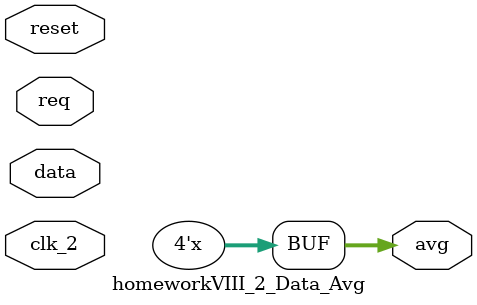
<source format=v>
module homeworkVIII_2_Data_Avg
(
input clk_2,
input reset,
input req,
input [3:0]data,
output reg [3:0]avg
);


reg [2:0]cnt;//握手次数计数器
reg DFF1,DFF2;//req的同步器
//reg [3:0] data_DFF1,data_DFF2;//数据缓冲器
reg [5:0] AU;//算数单元
reg [3:0] current_state,next_state;//状态寄存器


//req经同步器同步
always@(posedge clk_2)
begin
    DFF1 <= req;
    DFF2 <= DFF1;
end


parameter
IDLE = 4'd0,
REQ_ACTIVE = 4'd1,
REQ_RELEASE = 4'd2;


always@(posedge clk_2 or posedge reset)
begin
    if(reset)
        current_state <= IDLE;
    else
        current_state <= next_state;
end


always@(*)
begin
    next_state = IDLE;
    case(current_state)
        IDLE :
            begin
            cnt = 3'd0;
            AU = 6'd0;
            next_state = REQ_ACTIVE;
            end
        REQ_ACTIVE :
            begin
                if(DFF2)
                    begin
                        cnt = cnt + 1'b1;//计数握手一次
                        AU = AU + data;//存入数值并计算
                        next_state = REQ_RELEASE;//握手成功，等待释放
                        avg = AU[5:2];//输出当前和/4的结果
                    end
                else
                    next_state = REQ_ACTIVE;//否则继续等待握手
            end
        REQ_RELEASE :
            begin
                if(!DFF2)
                    begin
                        next_state = REQ_ACTIVE;//释放成功，等待下次握手
                        if(cnt == 3'd4)//握手四次后清零
begin
cnt = 3'd0;
AU = 6'd0;
end
else;
end
else
next_state = REQ_RELEASE;//否则继续等待释放
end
default :
next_state = IDLE;
endcase
end


endmodule

</source>
